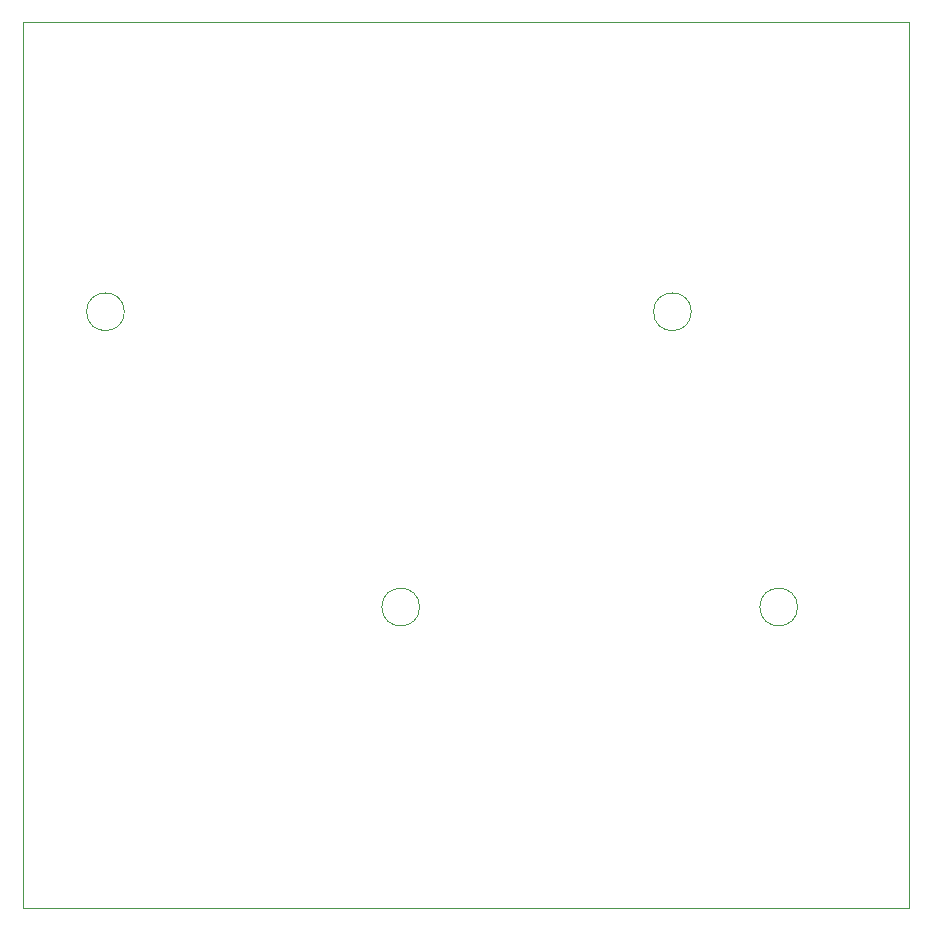
<source format=gbr>
%TF.GenerationSoftware,KiCad,Pcbnew,(6.0.10-0)*%
%TF.CreationDate,2023-02-19T00:01:59-07:00*%
%TF.ProjectId,andyvision_kicad,616e6479-7669-4736-996f-6e5f6b696361,1.0*%
%TF.SameCoordinates,Original*%
%TF.FileFunction,Profile,NP*%
%FSLAX46Y46*%
G04 Gerber Fmt 4.6, Leading zero omitted, Abs format (unit mm)*
G04 Created by KiCad (PCBNEW (6.0.10-0)) date 2023-02-19 00:01:59*
%MOMM*%
%LPD*%
G01*
G04 APERTURE LIST*
%TA.AperFunction,Profile*%
%ADD10C,0.100000*%
%TD*%
G04 APERTURE END LIST*
D10*
X183000000Y-131500000D02*
X108000000Y-131500000D01*
X108000000Y-131500000D02*
X108000000Y-56500000D01*
X108000000Y-56500000D02*
X183000000Y-56500000D01*
X183000000Y-56500000D02*
X183000000Y-131500000D01*
X164600000Y-81000000D02*
G75*
G03*
X164600000Y-81000000I-1600000J0D01*
G01*
X173600000Y-106000000D02*
G75*
G03*
X173600000Y-106000000I-1600000J0D01*
G01*
X141600000Y-106000000D02*
G75*
G03*
X141600000Y-106000000I-1600000J0D01*
G01*
X116600000Y-81000000D02*
G75*
G03*
X116600000Y-81000000I-1600000J0D01*
G01*
M02*

</source>
